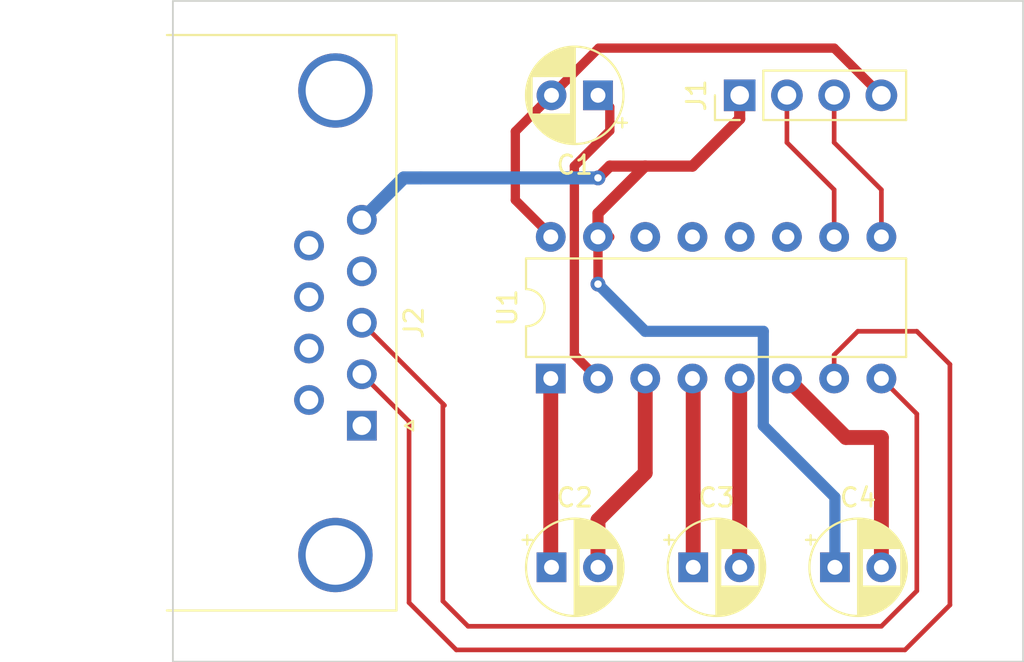
<source format=kicad_pcb>
(kicad_pcb (version 20221018) (generator pcbnew)
  (layers (0 "F.Cu" signal) (31 "B.Cu" signal) (34 "B.Paste" user) (35 "F.Paste" user) (36 "B.SilkS" user "B.Silkscreen") (37 "F.SilkS" user "F.Silkscreen") (38 "B.Mask" user) (39 "F.Mask" user) (44 "Edge.Cuts" user))
  (net 0 "")
  (net 1 "Net-(U1-VS+)")
  (net 2 "VCC")
  (net 3 "Net-(U1-C1+)")
  (net 4 "Net-(U1-C1-)")
  (net 5 "Net-(U1-C2+)")
  (net 6 "Net-(U1-C2-)")
  (net 7 "GND")
  (net 8 "Net-(U1-VS-)")
  (net 9 "Net-(J1-Pin_2)")
  (net 10 "Net-(J1-Pin_3)")
  (net 12 "Net-(U1-T2OUT)")
  (net 13 "Net-(U1-R2IN)")
  (footprint "Capacitor_THT:CP_Radial_D5.0mm_P2.50mm" (layer "F.Cu") (at 86.4 111.76)
    (fp_text reference "C2" (at 1.25 -3.75) (layer "F.SilkS"))
    (fp_text value "10uF")
    (pad "1" thru_hole rect (at 0 0) (size 1.6 1.6) (drill 0.8) (layers "*.Cu" "*.Mask") (net 3 "Net-(U1-C1+)"))
    (pad "2" thru_hole circle (at 2.5 0) (size 1.6 1.6) (drill 0.8) (layers "*.Cu" "*.Mask") (net 4 "Net-(U1-C1-)"))
  )
  (footprint "Connector_PinHeader_2.54mm:PinHeader_1x04_P2.54mm_Vertical" (layer "F.Cu") (at 96.52 86.36 90)
    (fp_text reference "J1" (at 0 -2.33 90) (layer "F.SilkS"))
    (fp_text value "Conn_01x04")
    (pad "1" thru_hole rect (at 0 0 90) (size 1.7 1.7) (drill 1) (layers "*.Cu" "*.Mask") (net 7 "GND"))
    (pad "2" thru_hole oval (at 0 2.54 90) (size 1.7 1.7) (drill 1) (layers "*.Cu" "*.Mask") (net 9 "Net-(J1-Pin_2)"))
    (pad "3" thru_hole oval (at 0 5.08 90) (size 1.7 1.7) (drill 1) (layers "*.Cu" "*.Mask") (net 10 "Net-(J1-Pin_3)"))
    (pad "4" thru_hole oval (at 0 7.62 90) (size 1.7 1.7) (drill 1) (layers "*.Cu" "*.Mask") (net 2 "VCC"))
  )
  (footprint "Capacitor_THT:CP_Radial_D5.0mm_P2.50mm" (layer "F.Cu") (at 88.9 86.36 180)
    (fp_text reference "C1" (at 1.25 -3.75) (layer "F.SilkS"))
    (fp_text value "10uF")
    (pad "1" thru_hole rect (at 0 0 180) (size 1.6 1.6) (drill 0.8) (layers "*.Cu" "*.Mask") (net 1 "Net-(U1-VS+)"))
    (pad "2" thru_hole circle (at 2.5 0 180) (size 1.6 1.6) (drill 0.8) (layers "*.Cu" "*.Mask") (net 2 "VCC"))
  )
  (footprint "Capacitor_THT:CP_Radial_D5.0mm_P2.50mm" (layer "F.Cu") (at 94.02 111.76)
    (fp_text reference "C3" (at 1.25 -3.75) (layer "F.SilkS"))
    (fp_text value "10uF")
    (pad "1" thru_hole rect (at 0 0) (size 1.6 1.6) (drill 0.8) (layers "*.Cu" "*.Mask") (net 5 "Net-(U1-C2+)"))
    (pad "2" thru_hole circle (at 2.5 0) (size 1.6 1.6) (drill 0.8) (layers "*.Cu" "*.Mask") (net 6 "Net-(U1-C2-)"))
  )
  (footprint "Capacitor_THT:CP_Radial_D5.0mm_P2.50mm" (layer "F.Cu") (at 101.64 111.76)
    (fp_text reference "C4" (at 1.25 -3.75) (layer "F.SilkS"))
    (fp_text value "10uF")
    (pad "1" thru_hole rect (at 0 0) (size 1.6 1.6) (drill 0.8) (layers "*.Cu" "*.Mask") (net 7 "GND"))
    (pad "2" thru_hole circle (at 2.5 0) (size 1.6 1.6) (drill 0.8) (layers "*.Cu" "*.Mask") (net 8 "Net-(U1-VS-)"))
  )
  (footprint "Package_DIP:DIP-16_W7.62mm" (layer "F.Cu") (at 86.36 101.6 90)
    (fp_text reference "U1" (at 3.81 -2.33 90) (layer "F.SilkS"))
    (fp_text value "MAX232")
    (pad "1" thru_hole rect (at 0 0 90) (size 1.6 1.6) (drill 0.8) (layers "*.Cu" "*.Mask") (net 3 "Net-(U1-C1+)"))
    (pad "2" thru_hole oval (at 0 2.54 90) (size 1.6 1.6) (drill 0.8) (layers "*.Cu" "*.Mask") (net 1 "Net-(U1-VS+)"))
    (pad "3" thru_hole oval (at 0 5.08 90) (size 1.6 1.6) (drill 0.8) (layers "*.Cu" "*.Mask") (net 4 "Net-(U1-C1-)"))
    (pad "4" thru_hole oval (at 0 7.62 90) (size 1.6 1.6) (drill 0.8) (layers "*.Cu" "*.Mask") (net 5 "Net-(U1-C2+)"))
    (pad "5" thru_hole oval (at 0 10.16 90) (size 1.6 1.6) (drill 0.8) (layers "*.Cu" "*.Mask") (net 6 "Net-(U1-C2-)"))
    (pad "6" thru_hole oval (at 0 12.7 90) (size 1.6 1.6) (drill 0.8) (layers "*.Cu" "*.Mask") (net 8 "Net-(U1-VS-)"))
    (pad "7" thru_hole oval (at 0 15.24 90) (size 1.6 1.6) (drill 0.8) (layers "*.Cu" "*.Mask") (net 12 "Net-(U1-T2OUT)"))
    (pad "8" thru_hole oval (at 0 17.78 90) (size 1.6 1.6) (drill 0.8) (layers "*.Cu" "*.Mask") (net 13 "Net-(U1-R2IN)"))
    (pad "9" thru_hole oval (at 7.62 17.78 90) (size 1.6 1.6) (drill 0.8) (layers "*.Cu" "*.Mask") (net 10 "Net-(J1-Pin_3)"))
    (pad "10" thru_hole oval (at 7.62 15.24 90) (size 1.6 1.6) (drill 0.8) (layers "*.Cu" "*.Mask") (net 9 "Net-(J1-Pin_2)"))
    (pad "11" thru_hole oval (at 7.62 12.7 90) (size 1.6 1.6) (drill 0.8) (layers "*.Cu" "*.Mask"))
    (pad "12" thru_hole oval (at 7.62 10.16 90) (size 1.6 1.6) (drill 0.8) (layers "*.Cu" "*.Mask"))
    (pad "13" thru_hole oval (at 7.62 7.62 90) (size 1.6 1.6) (drill 0.8) (layers "*.Cu" "*.Mask"))
    (pad "14" thru_hole oval (at 7.62 5.08 90) (size 1.6 1.6) (drill 0.8) (layers "*.Cu" "*.Mask"))
    (pad "15" thru_hole oval (at 7.62 2.54 90) (size 1.6 1.6) (drill 0.8) (layers "*.Cu" "*.Mask") (net 7 "GND"))
    (pad "16" thru_hole oval (at 7.62 0 90) (size 1.6 1.6) (drill 0.8) (layers "*.Cu" "*.Mask") (net 2 "VCC"))
  )
  (footprint "Connector_Dsub:DSUB-9_Female_Horizontal_P2.77x2.84mm_EdgePinOffset7.70mm_Housed_MountingHolesOffset9.12mm" (layer "F.Cu") (at 76.2 104.14 -90)
    (fp_text reference "J2" (at -5.54 -2.8 90) (layer "F.SilkS"))
    (fp_text value "DE9_Receptacle")
    (pad "0" thru_hole circle (at -18.04 1.42 270) (size 4 4) (drill 3.2) (layers "*.Cu" "*.Mask"))
    (pad "0" thru_hole circle (at 6.96 1.42 270) (size 4 4) (drill 3.2) (layers "*.Cu" "*.Mask"))
    (pad "1" thru_hole rect (at 0 0 270) (size 1.6 1.6) (drill 1) (layers "*.Cu" "*.Mask"))
    (pad "2" thru_hole circle (at -2.77 0 270) (size 1.6 1.6) (drill 1) (layers "*.Cu" "*.Mask") (net 12 "Net-(U1-T2OUT)"))
    (pad "3" thru_hole circle (at -5.54 0 270) (size 1.6 1.6) (drill 1) (layers "*.Cu" "*.Mask") (net 13 "Net-(U1-R2IN)"))
    (pad "4" thru_hole circle (at -8.31 0 270) (size 1.6 1.6) (drill 1) (layers "*.Cu" "*.Mask"))
    (pad "5" thru_hole circle (at -11.08 0 270) (size 1.6 1.6) (drill 1) (layers "*.Cu" "*.Mask") (net 7 "GND"))
    (pad "6" thru_hole circle (at -1.385 2.84 270) (size 1.6 1.6) (drill 1) (layers "*.Cu" "*.Mask"))
    (pad "7" thru_hole circle (at -4.155 2.84 270) (size 1.6 1.6) (drill 1) (layers "*.Cu" "*.Mask"))
    (pad "8" thru_hole circle (at -6.925 2.84 270) (size 1.6 1.6) (drill 1) (layers "*.Cu" "*.Mask"))
    (pad "9" thru_hole circle (at -9.695 2.84 270) (size 1.6 1.6) (drill 1) (layers "*.Cu" "*.Mask"))
  )
  (gr_rect (start 66.04 81.28) (end 111.76 116.84) (stroke (width 0.1)) (fill none) (layer "Edge.Cuts"))
  (segment (start 87.63 100.33) (end 88.9 101.6) (width 0.5) (layer "F.Cu") (net 1))
  (segment (start 87.63 90.17) (end 87.63 100.33) (width 0.5) (layer "F.Cu") (net 1))
  (segment (start 89.535 86.995) (end 89.535 88.265) (width 0.5) (layer "F.Cu") (net 1))
  (segment (start 89.535 88.265) (end 87.63 90.17) (width 0.5) (layer "F.Cu") (net 1))
  (segment (start 88.9 86.36) (end 89.535 86.995) (width 0.5) (layer "F.Cu") (net 1))
  (segment (start 86.4 93.94) (end 86.36 93.98) (width 0.25) (layer "F.Cu") (net 2))
  (segment (start 86.4 86.36) (end 88.94 83.82) (width 0.5) (layer "F.Cu") (net 2))
  (segment (start 84.455 91.995) (end 86.4 93.94) (width 0.5) (layer "F.Cu") (net 2))
  (segment (start 101.6 83.82) (end 104.14 86.36) (width 0.5) (layer "F.Cu") (net 2))
  (segment (start 88.94 83.82) (end 101.6 83.82) (width 0.5) (layer "F.Cu") (net 2))
  (segment (start 86.4 86.36) (end 84.455 88.305) (width 0.5) (layer "F.Cu") (net 2))
  (segment (start 84.455 88.305) (end 84.455 91.995) (width 0.5) (layer "F.Cu") (net 2))
  (segment (start 86.36 111.72) (end 86.4 111.76) (width 0.25) (layer "F.Cu") (net 3))
  (segment (start 86.36 101.6) (end 86.36 111.72) (width 0.8) (layer "F.Cu") (net 3))
  (segment (start 91.44 106.68) (end 88.9 109.22) (width 0.8) (layer "F.Cu") (net 4))
  (segment (start 88.9 109.22) (end 88.9 111.76) (width 0.8) (layer "F.Cu") (net 4))
  (segment (start 91.44 101.6) (end 91.44 106.68) (width 0.8) (layer "F.Cu") (net 4))
  (segment (start 94.02 101.64) (end 93.98 101.6) (width 0.25) (layer "F.Cu") (net 5))
  (segment (start 94.02 111.76) (end 94.02 101.64) (width 0.8) (layer "F.Cu") (net 5))
  (segment (start 96.52 101.6) (end 96.52 111.76) (width 0.8) (layer "F.Cu") (net 6))
  (segment (start 96.52 87.63) (end 93.98 90.17) (width 0.6) (layer "F.Cu") (net 7))
  (segment (start 88.9 96.52) (end 88.9 93.98) (width 0.5) (layer "F.Cu") (net 7))
  (segment (start 91.44 90.17) (end 88.9 92.71) (width 0.6) (layer "F.Cu") (net 7))
  (segment (start 89.535 90.17) (end 91.44 90.17) (width 0.6) (layer "F.Cu") (net 7))
  (segment (start 96.52 86.36) (end 96.52 87.63) (width 0.6) (layer "F.Cu") (net 7))
  (segment (start 93.98 90.17) (end 91.44 90.17) (width 0.6) (layer "F.Cu") (net 7))
  (segment (start 88.9 90.805) (end 89.535 90.17) (width 0.6) (layer "F.Cu") (net 7))
  (segment (start 88.9 92.71) (end 88.9 93.98) (width 0.6) (layer "F.Cu") (net 7))
  (segment (start 88.9 93.98) (end 89.535 93.98) (width 0.5) (layer "F.Cu") (net 7))
  (via (at 88.9 96.52) (size 0.8) (drill 0.4) (layers "F.Cu" "B.Cu") (net 7))
  (via (at 88.9 90.805) (size 0.8) (drill 0.4) (layers "F.Cu" "B.Cu") (net 7))
  (segment (start 98.425 104.775) (end 97.79 104.14) (width 0.6) (layer "B.Cu") (net 7))
  (segment (start 97.79 104.14) (end 97.79 99.06) (width 0.6) (layer "B.Cu") (net 7))
  (segment (start 97.79 99.06) (end 91.44 99.06) (width 0.6) (layer "B.Cu") (net 7))
  (segment (start 101.64 107.99) (end 98.425 104.775) (width 0.6) (layer "B.Cu") (net 7))
  (segment (start 78.455 90.805) (end 79.375 90.805) (width 0.7) (layer "B.Cu") (net 7))
  (segment (start 101.64 111.76) (end 101.64 107.99) (width 0.6) (layer "B.Cu") (net 7))
  (segment (start 79.375 90.805) (end 88.9 90.805) (width 0.7) (layer "B.Cu") (net 7))
  (segment (start 76.2 93.06) (end 78.455 90.805) (width 0.7) (layer "B.Cu") (net 7))
  (segment (start 91.44 99.06) (end 88.9 96.52) (width 0.6) (layer "B.Cu") (net 7))
  (segment (start 99.06 101.6) (end 102.235 104.775) (width 0.8) (layer "F.Cu") (net 8))
  (segment (start 102.235 104.775) (end 104.14 104.775) (width 0.8) (layer "F.Cu") (net 8))
  (segment (start 104.14 104.775) (end 104.14 111.76) (width 0.8) (layer "F.Cu") (net 8))
  (segment (start 99.06 86.36) (end 99.06 88.9) (width 0.25) (layer "F.Cu") (net 9))
  (segment (start 99.06 88.9) (end 101.6 91.44) (width 0.25) (layer "F.Cu") (net 9))
  (segment (start 101.6 91.44) (end 101.6 93.98) (width 0.25) (layer "F.Cu") (net 9))
  (segment (start 104.14 91.44) (end 104.14 93.98) (width 0.25) (layer "F.Cu") (net 10))
  (segment (start 101.6 86.36) (end 101.6 88.9) (width 0.25) (layer "F.Cu") (net 10))
  (segment (start 101.6 88.9) (end 104.14 91.44) (width 0.25) (layer "F.Cu") (net 10))
  (segment (start 105.41 116.205) (end 81.28 116.205) (width 0.25) (layer "F.Cu") (net 12))
  (segment (start 101.6 100.33) (end 102.87 99.06) (width 0.25) (layer "F.Cu") (net 12))
  (segment (start 101.6 101.6) (end 101.6 100.33) (width 0.25) (layer "F.Cu") (net 12))
  (segment (start 78.74 113.665) (end 78.74 103.91) (width 0.25) (layer "F.Cu") (net 12))
  (segment (start 78.74 103.91) (end 76.2 101.37) (width 0.25) (layer "F.Cu") (net 12))
  (segment (start 81.28 116.205) (end 78.74 113.665) (width 0.25) (layer "F.Cu") (net 12))
  (segment (start 107.825 100.84) (end 107.825 113.79) (width 0.25) (layer "F.Cu") (net 12))
  (segment (start 102.87 99.06) (end 106.045 99.06) (width 0.25) (layer "F.Cu") (net 12))
  (segment (start 106.045 99.06) (end 107.825 100.84) (width 0.25) (layer "F.Cu") (net 12))
  (segment (start 107.825 113.79) (end 105.41 116.205) (width 0.25) (layer "F.Cu") (net 12))
  (segment (start 81.915 114.935) (end 104.14 114.935) (width 0.25) (layer "F.Cu") (net 13))
  (segment (start 80.5575 102.9575) (end 80.645 103.045) (width 0.25) (layer "F.Cu") (net 13))
  (segment (start 80.5575 113.5775) (end 81.915 114.935) (width 0.25) (layer "F.Cu") (net 13))
  (segment (start 80.5575 102.9575) (end 80.5575 113.5775) (width 0.25) (layer "F.Cu") (net 13))
  (segment (start 106.045 103.505) (end 104.14 101.6) (width 0.25) (layer "F.Cu") (net 13))
  (segment (start 104.14 114.935) (end 106.045 113.03) (width 0.25) (layer "F.Cu") (net 13))
  (segment (start 76.2 98.6) (end 80.5575 102.9575) (width 0.25) (layer "F.Cu") (net 13))
  (segment (start 106.045 113.03) (end 106.045 103.505) (width 0.25) (layer "F.Cu") (net 13))
)
</source>
